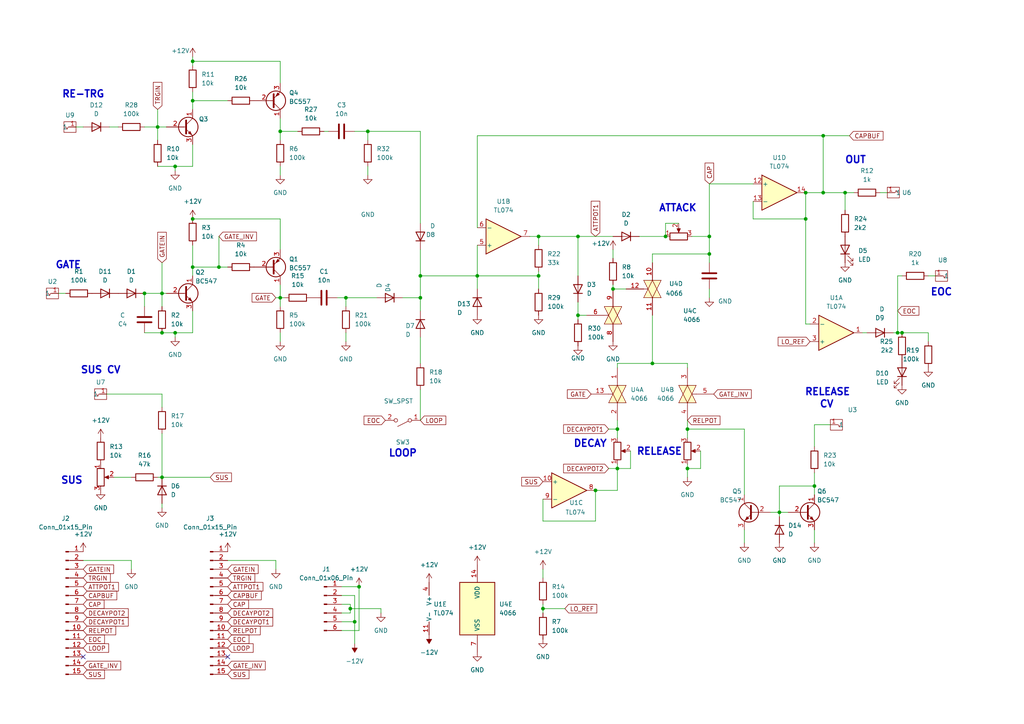
<source format=kicad_sch>
(kicad_sch (version 20250114) (generator "eeschema") (generator_version "9.0")
  (paper "A4")
  (lib_symbols
    (symbol "4xxx:4066" (pin_names (offset 1.016))
      (property "Reference" "U" (at -7.62 8.89 0))
      (property "Value" "4066" (at -7.62 -8.89 0))
      (symbol "4066_1_0"
        (pin passive line (at -7.62 0 0) (length 5.08) (name "~") (number "1"))
        (pin input line (at 0 7.62 270) (length 5.08) (name "~") (number "13"))
        (pin passive line (at 7.62 0 180) (length 5.08) (name "~") (number "2"))
      )
      (symbol "4066_2_0"
        (pin passive line (at -7.62 0 0) (length 5.08) (name "~") (number "4"))
        (pin input line (at 0 7.62 270) (length 5.08) (name "~") (number "5"))
        (pin passive line (at 7.62 0 180) (length 5.08) (name "~") (number "3"))
      )
      (symbol "4066_3_0"
        (pin passive line (at -7.62 0 0) (length 5.08) (name "~") (number "8"))
        (pin input line (at 0 7.62 270) (length 5.08) (name "~") (number "6"))
        (pin passive line (at 7.62 0 180) (length 5.08) (name "~") (number "9"))
      )
      (symbol "4066_4_0"
        (pin passive line (at -7.62 0 0) (length 5.08) (name "~") (number "11"))
        (pin input line (at 0 7.62 270) (length 5.08) (name "~") (number "12"))
        (pin passive line (at 7.62 0 180) (length 5.08) (name "~") (number "10"))
      )
      (symbol "4066_5_0"
        (pin power_in line (at 0 12.7 270) (length 5.08) (name "VDD") (number "14"))
        (pin power_in line (at 0 -12.7 90) (length 5.08) (name "VSS") (number "7"))
      )
    )
    (symbol "Amplifier_Operational:TL074" (pin_names (offset 0.127))
      (property "Reference" "U" (at 0 5.08 0))
      (property "Value" "TL074" (at 0 -5.08 0))
      (symbol "TL074_1_1"
        (pin input line (at -7.62 2.54 0) (length 2.54) (name "+") (number "3"))
        (pin input line (at -7.62 -2.54 0) (length 2.54) (name "-") (number "2"))
        (pin output line (at 7.62 0 180) (length 2.54) (name "~") (number "1"))
      )
      (symbol "TL074_2_1"
        (pin input line (at -7.62 2.54 0) (length 2.54) (name "+") (number "5"))
        (pin input line (at -7.62 -2.54 0) (length 2.54) (name "-") (number "6"))
        (pin output line (at 7.62 0 180) (length 2.54) (name "~") (number "7"))
      )
      (symbol "TL074_3_1"
        (pin input line (at -7.62 2.54 0) (length 2.54) (name "+") (number "10"))
        (pin input line (at -7.62 -2.54 0) (length 2.54) (name "-") (number "9"))
        (pin output line (at 7.62 0 180) (length 2.54) (name "~") (number "8"))
      )
      (symbol "TL074_4_1"
        (pin input line (at -7.62 2.54 0) (length 2.54) (name "+") (number "12"))
        (pin input line (at -7.62 -2.54 0) (length 2.54) (name "-") (number "13"))
        (pin output line (at 7.62 0 180) (length 2.54) (name "~") (number "14"))
      )
      (symbol "TL074_5_1"
        (pin power_in line (at -2.54 7.62 270) (length 3.81) (name "V+") (number "4"))
        (pin power_in line (at -2.54 -7.62 90) (length 3.81) (name "V-") (number "11"))
      )
    )
    (symbol "Connector:Conn_01x06_Pin" (pin_names (offset 1.016) (hide yes))
      (property "Reference" "J" (at 0 7.62 0))
      (property "Value" "Conn_01x06_Pin" (at 0 -10.16 0))
      (symbol "Conn_01x06_Pin_1_1"
        (pin passive line (at 5.08 5.08 180) (length 3.81) (name "Pin_1") (number "1"))
        (pin passive line (at 5.08 2.54 180) (length 3.81) (name "Pin_2") (number "2"))
        (pin passive line (at 5.08 0 180) (length 3.81) (name "Pin_3") (number "3"))
        (pin passive line (at 5.08 -2.54 180) (length 3.81) (name "Pin_4") (number "4"))
        (pin passive line (at 5.08 -5.08 180) (length 3.81) (name "Pin_5") (number "5"))
        (pin passive line (at 5.08 -7.62 180) (length 3.81) (name "Pin_6") (number "6"))
      )
    )
    (symbol "Connector:Conn_01x15_Pin" (pin_names (offset 1.016) (hide yes))
      (property "Reference" "J" (at 0 20.32 0))
      (property "Value" "Conn_01x15_Pin" (at 0 -20.32 0))
      (symbol "Conn_01x15_Pin_1_1"
        (pin passive line (at 5.08 17.78 180) (length 3.81) (name "Pin_1") (number "1"))
        (pin passive line (at 5.08 15.24 180) (length 3.81) (name "Pin_2") (number "2"))
        (pin passive line (at 5.08 12.7 180) (length 3.81) (name "Pin_3") (number "3"))
        (pin passive line (at 5.08 10.16 180) (length 3.81) (name "Pin_4") (number "4"))
        (pin passive line (at 5.08 7.62 180) (length 3.81) (name "Pin_5") (number "5"))
        (pin passive line (at 5.08 5.08 180) (length 3.81) (name "Pin_6") (number "6"))
        (pin passive line (at 5.08 2.54 180) (length 3.81) (name "Pin_7") (number "7"))
        (pin passive line (at 5.08 0 180) (length 3.81) (name "Pin_8") (number "8"))
        (pin passive line (at 5.08 -2.54 180) (length 3.81) (name "Pin_9") (number "9"))
        (pin passive line (at 5.08 -5.08 180) (length 3.81) (name "Pin_10") (number "10"))
        (pin passive line (at 5.08 -7.62 180) (length 3.81) (name "Pin_11") (number "11"))
        (pin passive line (at 5.08 -10.16 180) (length 3.81) (name "Pin_12") (number "12"))
        (pin passive line (at 5.08 -12.7 180) (length 3.81) (name "Pin_13") (number "13"))
        (pin passive line (at 5.08 -15.24 180) (length 3.81) (name "Pin_14") (number "14"))
        (pin passive line (at 5.08 -17.78 180) (length 3.81) (name "Pin_15") (number "15"))
      )
    )
    (symbol "Device:C" (pin_numbers (hide yes)) (pin_names (offset 0.254))
      (property "Reference" "C" (at 0.635 2.54 0))
      (property "Value" "C" (at 0.635 -2.54 0))
      (symbol "C_1_1"
        (pin passive line (at 0 3.81 270) (length 2.794) (name "~") (number "1"))
        (pin passive line (at 0 -3.81 90) (length 2.794) (name "~") (number "2"))
      )
    )
    (symbol "Device:D" (pin_numbers (hide yes)) (pin_names (offset 1.016) (hide yes))
      (property "Reference" "D" (at 0 2.54 0))
      (property "Value" "D" (at 0 -2.54 0))
      (symbol "D_1_1"
        (pin passive line (at -3.81 0 0) (length 2.54) (name "K") (number "1"))
        (pin passive line (at 3.81 0 180) (length 2.54) (name "A") (number "2"))
      )
    )
    (symbol "Device:LED" (pin_numbers (hide yes)) (pin_names (offset 1.016) (hide yes))
      (property "Reference" "D" (at 0 2.54 0))
      (property "Value" "LED" (at 0 -2.54 0))
      (symbol "LED_1_1"
        (pin passive line (at -3.81 0 0) (length 2.54) (name "K") (number "1"))
        (pin passive line (at 3.81 0 180) (length 2.54) (name "A") (number "2"))
      )
    )
    (symbol "Device:R" (pin_numbers (hide yes)) (pin_names (offset 0))
      (property "Reference" "R" (at 2.032 0 90))
      (property "Value" "R" (at 0 0 90))
      (symbol "R_1_1"
        (pin passive line (at 0 3.81 270) (length 1.27) (name "~") (number "1"))
        (pin passive line (at 0 -3.81 90) (length 1.27) (name "~") (number "2"))
      )
    )
    (symbol "Device:R_Potentiometer" (pin_names (offset 1.016) (hide yes))
      (property "Reference" "RV" (at -4.445 0 90))
      (property "Value" "R_Potentiometer" (at -2.54 0 90))
      (symbol "R_Potentiometer_1_1"
        (pin passive line (at 0 3.81 270) (length 1.27) (name "1") (number "1"))
        (pin passive line (at 0 -3.81 90) (length 1.27) (name "3") (number "3"))
        (pin passive line (at 3.81 0 180) (length 1.27) (name "2") (number "2"))
      )
    )
    (symbol "HEJ:Aux_flush"
      (property "Reference" "U" (at -0.0508 5.3848 0))
      (symbol "Aux_flush_1_1"
        (pin bidirectional line (at 1.7272 0 180) (length 2) (name "1") (number "1"))
      )
    )
    (symbol "Switch:SW_SPST" (pin_names (offset 0) (hide yes))
      (property "Reference" "SW" (at 0 3.175 0))
      (property "Value" "SW_SPST" (at 0 -2.54 0))
      (symbol "SW_SPST_1_1"
        (pin passive line (at -5.08 0 0) (length 2.54) (name "A") (number "1"))
        (pin passive line (at 5.08 0 180) (length 2.54) (name "B") (number "2"))
      )
    )
    (symbol "Transistor_BJT:BC547" (pin_names (offset 0) (hide yes))
      (property "Reference" "Q" (at 5.08 1.905 0))
      (property "Value" "BC547" (at 5.08 0 0))
      (symbol "BC547_1_1"
        (pin input line (at -5.08 0 0) (length 5.08) (name "B") (number "2"))
        (pin passive line (at 2.54 5.08 270) (length 2.54) (name "C") (number "1"))
        (pin passive line (at 2.54 -5.08 90) (length 2.54) (name "E") (number "3"))
      )
    )
    (symbol "Transistor_BJT:BC557" (pin_names (offset 0) (hide yes))
      (property "Reference" "Q" (at 5.08 1.905 0))
      (property "Value" "BC557" (at 5.08 0 0))
      (symbol "BC557_1_1"
        (pin input line (at -5.08 0 0) (length 5.715) (name "B") (number "2"))
        (pin passive line (at 2.54 5.08 270) (length 2.54) (name "C") (number "1"))
        (pin passive line (at 2.54 -5.08 90) (length 2.54) (name "E") (number "3"))
      )
    )
    (symbol "power:+12V" (power) (pin_names (offset 0))
      (property "Value" "+12V" (at 0 3.556 0))
      (symbol "+12V_1_1"
        (pin power_in line (at 0 0 90) (length 0) (hide yes) (name "+12V") (number "1"))
      )
    )
    (symbol "power:-12V" (power) (pin_names (offset 0))
      (property "Value" "-12V" (at 0 3.81 0))
      (symbol "-12V_0_0"
        (pin power_in line (at 0 0 90) (length 0) (hide yes) (name "-12V") (number "1"))
      )
    )
    (symbol "power:GND" (power) (pin_names (offset 0))
      (property "Value" "GND" (at 0 -3.81 0))
      (symbol "GND_1_1"
        (pin power_in line (at 0 0 270) (length 0) (hide yes) (name "GND") (number "1"))
      )
    )
  )
  (text "ATTACK\n" (at 196.596 60.452 0) (effects (font (size 2.032 2.032) (thickness 0.4064) (bold yes))))
  (text "DECAY\n" (at 171.196 128.778 0) (effects (font (size 2.032 2.032) (thickness 0.4064) (bold yes))))
  (text "LOOP\n" (at 116.84 131.572 0) (effects (font (size 2.032 2.032) (thickness 0.4064) (bold yes))))
  (text "RELEASE\n" (at 240.03 113.792 0) (effects (font (size 2.032 2.032) (thickness 0.4064) (bold yes))))
  (text "RE-TRG\n" (at 24.13 27.432 0) (effects (font (size 2.032 2.032) (thickness 0.4064) (bold yes))))
  (text "RELEASE\n" (at 191.262 131.064 0) (effects (font (size 2.032 2.032) (thickness 0.4064) (bold yes))))
  (text "CV" (at 239.776 117.348 0) (effects (font (size 2.032 2.032) (thickness 0.4064) (bold yes))))
  (text "SUS\n" (at 20.828 139.446 0) (effects (font (size 2.032 2.032) (thickness 0.4064) (bold yes))))
  (text "GATE\n" (at 19.812 76.962 0) (effects (font (size 2.032 2.032) (thickness 0.4064) (bold yes))))
  (text "SUS CV\n" (at 29.21 107.442 0) (effects (font (size 2.032 2.032) (thickness 0.4064) (bold yes))))
  (text "EOC" (at 273.05 84.836 0) (effects (font (size 2.032 2.032) (thickness 0.4064) (bold yes))))
  (text "OUT" (at 248.158 46.482 0) (effects (font (size 2.032 2.032) (thickness 0.4064) (bold yes))))
  (junction (at 121.92 80.01))
  (junction (at 121.92 86.36))
  (junction (at 55.88 63.5))
  (junction (at 238.76 55.88))
  (junction (at 102.87 180.34))
  (junction (at 156.21 80.01))
  (junction (at 260.35 96.52))
  (junction (at 205.74 68.58))
  (junction (at 179.07 135.89))
  (junction (at 167.64 68.58))
  (junction (at 172.72 142.24))
  (junction (at 46.99 85.09))
  (junction (at 101.6 176.53))
  (junction (at 233.68 63.5))
  (junction (at 55.88 17.78))
  (junction (at 81.28 86.36))
  (junction (at 41.91 85.09))
  (junction (at 205.74 73.66))
  (junction (at 157.48 176.53))
  (junction (at 55.88 77.47))
  (junction (at 81.28 38.1))
  (junction (at 179.07 124.46))
  (junction (at 177.8 83.82))
  (junction (at 193.04 68.58))
  (junction (at 261.62 96.52))
  (junction (at 106.68 38.1))
  (junction (at 50.8 96.52))
  (junction (at 236.22 140.97))
  (junction (at 189.23 105.41))
  (junction (at 167.64 91.44))
  (junction (at 226.06 148.59))
  (junction (at 156.21 68.58))
  (junction (at 50.8 48.26))
  (junction (at 55.88 29.21))
  (junction (at 138.43 80.01))
  (junction (at 45.72 36.83))
  (junction (at 199.39 135.89))
  (junction (at 238.76 39.37))
  (junction (at 245.11 55.88))
  (junction (at 46.99 96.52))
  (junction (at 63.5 77.47))
  (junction (at 46.99 138.43))
  (junction (at 199.39 124.46))
  (junction (at 100.33 86.36))
  (junction (at 104.14 170.18))
  (junction (at 233.68 55.88))
  (no_connect (at 24.13 190.5))
  (no_connect (at 66.04 190.5))
  (wire (pts (xy 81.28 38.1) (xy 86.36 38.1)))
  (wire (pts (xy 199.39 124.46) (xy 215.9 124.46)))
  (wire (pts (xy 93.98 38.1) (xy 95.25 38.1)))
  (wire (pts (xy 46.99 85.09) (xy 48.26 85.09)))
  (wire (pts (xy 177.8 82.55) (xy 177.8 83.82)))
  (wire (pts (xy 45.72 36.83) (xy 41.91 36.83)))
  (wire (pts (xy 193.04 64.77) (xy 196.85 64.77)))
  (wire (pts (xy 245.11 55.88) (xy 245.11 60.96)))
  (wire (pts (xy 138.43 80.01) (xy 156.21 80.01)))
  (wire (pts (xy 101.6 176.53) (xy 110.49 176.53)))
  (wire (pts (xy 31.75 36.83) (xy 34.29 36.83)))
  (wire (pts (xy 205.74 73.66) (xy 205.74 76.2)))
  (wire (pts (xy 157.48 176.53) (xy 157.48 175.26)))
  (wire (pts (xy 179.07 127) (xy 179.07 124.46)))
  (wire (pts (xy 172.72 142.24) (xy 179.07 142.24)))
  (wire (pts (xy 46.99 114.3) (xy 46.99 118.11)))
  (wire (pts (xy 199.39 134.62) (xy 199.39 135.89)))
  (wire (pts (xy 199.39 124.46) (xy 199.39 127)))
  (wire (pts (xy 46.99 138.43) (xy 60.96 138.43)))
  (wire (pts (xy 102.87 38.1) (xy 106.68 38.1)))
  (wire (pts (xy 260.35 96.52) (xy 261.62 96.52)))
  (wire (pts (xy 55.88 17.78) (xy 81.28 17.78)))
  (wire (pts (xy 205.74 86.36) (xy 205.74 83.82)))
  (wire (pts (xy 101.6 176.53) (xy 101.6 177.8)))
  (wire (pts (xy 199.39 135.89) (xy 199.39 138.43)))
  (wire (pts (xy 99.06 180.34) (xy 102.87 180.34)))
  (wire (pts (xy 41.91 85.09) (xy 41.91 88.9)))
  (wire (pts (xy 199.39 121.92) (xy 199.39 124.46)))
  (wire (pts (xy 167.64 87.63) (xy 167.64 91.44)))
  (wire (pts (xy 55.88 77.47) (xy 63.5 77.47)))
  (wire (pts (xy 238.76 39.37) (xy 138.43 39.37)))
  (wire (pts (xy 167.64 91.44) (xy 167.64 92.71)))
  (wire (pts (xy 41.91 85.09) (xy 46.99 85.09)))
  (wire (pts (xy 45.72 36.83) (xy 48.26 36.83)))
  (wire (pts (xy 101.6 177.8) (xy 99.06 177.8)))
  (wire (pts (xy 99.06 175.26) (xy 101.6 175.26)))
  (wire (pts (xy 82.55 86.36) (xy 81.28 86.36)))
  (wire (pts (xy 236.22 123.19) (xy 240.8428 123.19)))
  (wire (pts (xy 55.88 71.12) (xy 55.88 77.47)))
  (wire (pts (xy 41.91 96.52) (xy 46.99 96.52)))
  (wire (pts (xy 226.06 148.59) (xy 226.06 140.97)))
  (wire (pts (xy 55.88 26.67) (xy 55.88 29.21)))
  (wire (pts (xy 153.67 68.58) (xy 156.21 68.58)))
  (wire (pts (xy 50.8 96.52) (xy 55.88 96.52)))
  (wire (pts (xy 50.8 48.26) (xy 55.88 48.26)))
  (wire (pts (xy 55.88 77.47) (xy 55.88 80.01)))
  (wire (pts (xy 179.07 105.41) (xy 189.23 105.41)))
  (wire (pts (xy 238.76 39.37) (xy 238.76 55.88)))
  (wire (pts (xy 203.2 135.89) (xy 199.39 135.89)))
  (wire (pts (xy 205.74 53.34) (xy 218.44 53.34)))
  (wire (pts (xy 215.9 157.48) (xy 215.9 153.67)))
  (wire (pts (xy 30.9372 114.3) (xy 46.99 114.3)))
  (wire (pts (xy 106.68 40.64) (xy 106.68 38.1)))
  (wire (pts (xy 189.23 91.44) (xy 189.23 105.41)))
  (wire (pts (xy 205.74 68.58) (xy 205.74 73.66)))
  (wire (pts (xy 200.66 68.58) (xy 205.74 68.58)))
  (wire (pts (xy 102.87 180.34) (xy 102.87 186.69)))
  (wire (pts (xy 46.99 146.05) (xy 46.99 147.32)))
  (wire (pts (xy 110.49 176.53) (xy 110.49 177.8)))
  (wire (pts (xy 199.39 105.41) (xy 199.39 106.68)))
  (wire (pts (xy 218.44 58.42) (xy 218.44 63.5)))
  (wire (pts (xy 156.21 71.12) (xy 156.21 68.58)))
  (wire (pts (xy 226.06 149.86) (xy 226.06 148.59)))
  (wire (pts (xy 157.48 176.53) (xy 163.83 176.53)))
  (wire (pts (xy 156.21 78.74) (xy 156.21 80.01)))
  (wire (pts (xy 157.48 144.78) (xy 157.48 151.13)))
  (wire (pts (xy 106.68 38.1) (xy 121.92 38.1)))
  (wire (pts (xy 63.5 77.47) (xy 66.04 77.47)))
  (wire (pts (xy 45.72 40.64) (xy 45.72 36.83)))
  (wire (pts (xy 269.24 80.01) (xy 271.3228 80.01)))
  (wire (pts (xy 236.22 157.48) (xy 236.22 153.67)))
  (wire (pts (xy 121.92 86.36) (xy 121.92 90.17)))
  (wire (pts (xy 185.42 68.58) (xy 193.04 68.58)))
  (wire (pts (xy 81.28 17.78) (xy 81.28 24.13)))
  (wire (pts (xy 233.68 93.98) (xy 234.95 93.98)))
  (wire (pts (xy 260.35 80.01) (xy 261.62 80.01)))
  (wire (pts (xy 181.61 83.82) (xy 177.8 83.82)))
  (wire (pts (xy 46.99 76.2) (xy 46.99 85.09)))
  (wire (pts (xy 101.6 175.26) (xy 101.6 176.53)))
  (wire (pts (xy 182.88 135.89) (xy 179.07 135.89)))
  (wire (pts (xy 50.8 97.79) (xy 50.8 96.52)))
  (wire (pts (xy 170.18 91.44) (xy 167.64 91.44)))
  (wire (pts (xy 203.2 130.81) (xy 203.2 135.89)))
  (wire (pts (xy 63.5 68.58) (xy 63.5 77.47)))
  (wire (pts (xy 46.99 88.9) (xy 46.99 85.09)))
  (wire (pts (xy 255.27 55.88) (xy 257.3528 55.88)))
  (wire (pts (xy 189.23 73.66) (xy 189.23 76.2)))
  (wire (pts (xy 269.24 99.06) (xy 269.24 96.52)))
  (wire (pts (xy 205.74 73.66) (xy 189.23 73.66)))
  (wire (pts (xy 100.33 99.06) (xy 100.33 96.52)))
  (wire (pts (xy 179.07 124.46) (xy 176.53 124.46)))
  (wire (pts (xy 80.01 165.1) (xy 80.01 162.56)))
  (wire (pts (xy 260.35 80.01) (xy 260.35 96.52)))
  (wire (pts (xy 22.0472 36.83) (xy 24.13 36.83)))
  (wire (pts (xy 55.88 48.26) (xy 55.88 41.91)))
  (wire (pts (xy 233.68 63.5) (xy 233.68 93.98)))
  (wire (pts (xy 104.14 170.18) (xy 104.14 182.88)))
  (wire (pts (xy 167.64 68.58) (xy 167.64 80.01)))
  (wire (pts (xy 80.01 86.36) (xy 81.28 86.36)))
  (wire (pts (xy 38.1 165.1) (xy 38.1 162.56)))
  (wire (pts (xy 104.14 182.88) (xy 99.06 182.88)))
  (wire (pts (xy 55.88 96.52) (xy 55.88 90.17)))
  (wire (pts (xy 179.07 135.89) (xy 179.07 134.62)))
  (wire (pts (xy 138.43 80.01) (xy 121.92 80.01)))
  (wire (pts (xy 138.43 39.37) (xy 138.43 66.04)))
  (wire (pts (xy 261.62 96.52) (xy 269.24 96.52)))
  (wire (pts (xy 50.8 48.26) (xy 45.72 48.26)))
  (wire (pts (xy 100.33 86.36) (xy 97.79 86.36)))
  (wire (pts (xy 116.84 86.36) (xy 121.92 86.36)))
  (wire (pts (xy 179.07 135.89) (xy 176.53 135.89)))
  (wire (pts (xy 250.19 96.52) (xy 251.46 96.52)))
  (wire (pts (xy 50.8 49.53) (xy 50.8 48.26)))
  (wire (pts (xy 236.22 137.16) (xy 236.22 140.97)))
  (wire (pts (xy 167.64 68.58) (xy 177.8 68.58)))
  (wire (pts (xy 247.65 55.88) (xy 245.11 55.88)))
  (wire (pts (xy 19.05 85.09) (xy 16.9672 85.09)))
  (wire (pts (xy 179.07 142.24) (xy 179.07 135.89)))
  (wire (pts (xy 55.88 19.05) (xy 55.88 17.78)))
  (wire (pts (xy 99.06 170.18) (xy 104.14 170.18)))
  (wire (pts (xy 45.72 31.75) (xy 45.72 36.83)))
  (wire (pts (xy 121.92 38.1) (xy 121.92 64.77)))
  (wire (pts (xy 102.87 172.72) (xy 99.06 172.72)))
  (wire (pts (xy 245.11 55.88) (xy 238.76 55.88)))
  (wire (pts (xy 109.22 86.36) (xy 100.33 86.36)))
  (wire (pts (xy 246.38 39.37) (xy 238.76 39.37)))
  (wire (pts (xy 81.28 50.8) (xy 81.28 48.26)))
  (wire (pts (xy 179.07 121.92) (xy 179.07 124.46)))
  (wire (pts (xy 55.88 29.21) (xy 55.88 31.75)))
  (wire (pts (xy 215.9 124.46) (xy 215.9 143.51)))
  (wire (pts (xy 55.88 63.5) (xy 81.28 63.5)))
  (wire (pts (xy 46.99 125.73) (xy 46.99 138.43)))
  (wire (pts (xy 157.48 165.1) (xy 157.48 167.64)))
  (wire (pts (xy 33.02 138.43) (xy 38.1 138.43)))
  (wire (pts (xy 45.72 138.43) (xy 46.99 138.43)))
  (wire (pts (xy 138.43 80.01) (xy 138.43 71.12)))
  (wire (pts (xy 205.74 53.34) (xy 205.74 68.58)))
  (wire (pts (xy 156.21 83.82) (xy 156.21 80.01)))
  (wire (pts (xy 138.43 80.01) (xy 138.43 83.82)))
  (wire (pts (xy 236.22 123.19) (xy 236.22 129.54)))
  (wire (pts (xy 121.92 97.79) (xy 121.92 105.41)))
  (wire (pts (xy 81.28 82.55) (xy 81.28 86.36)))
  (wire (pts (xy 236.22 140.97) (xy 236.22 143.51)))
  (wire (pts (xy 81.28 38.1) (xy 81.28 40.64)))
  (wire (pts (xy 177.8 74.93) (xy 177.8 72.39)))
  (wire (pts (xy 182.88 130.81) (xy 182.88 135.89)))
  (wire (pts (xy 81.28 86.36) (xy 81.28 88.9)))
  (wire (pts (xy 238.76 55.88) (xy 233.68 55.88)))
  (wire (pts (xy 218.44 63.5) (xy 233.68 63.5)))
  (wire (pts (xy 80.01 162.56) (xy 66.04 162.56)))
  (wire (pts (xy 228.6 148.59) (xy 226.06 148.59)))
  (wire (pts (xy 157.48 151.13) (xy 172.72 151.13)))
  (wire (pts (xy 100.33 88.9) (xy 100.33 86.36)))
  (wire (pts (xy 172.72 151.13) (xy 172.72 142.24)))
  (wire (pts (xy 38.1 162.56) (xy 24.13 162.56)))
  (wire (pts (xy 55.88 16.51) (xy 55.88 17.78)))
  (wire (pts (xy 121.92 72.39) (xy 121.92 80.01)))
  (wire (pts (xy 179.07 105.41) (xy 179.07 106.68)))
  (wire (pts (xy 193.04 68.58) (xy 193.04 64.77)))
  (wire (pts (xy 81.28 99.06) (xy 81.28 96.52)))
  (wire (pts (xy 226.06 148.59) (xy 223.52 148.59)))
  (wire (pts (xy 259.08 96.52) (xy 260.35 96.52)))
  (wire (pts (xy 233.68 55.88) (xy 233.68 63.5)))
  (wire (pts (xy 226.06 140.97) (xy 236.22 140.97)))
  (wire (pts (xy 81.28 63.5) (xy 81.28 72.39)))
  (wire (pts (xy 81.28 34.29) (xy 81.28 38.1)))
  (wire (pts (xy 106.68 50.8) (xy 106.68 48.26)))
  (wire (pts (xy 50.8 96.52) (xy 46.99 96.52)))
  (wire (pts (xy 121.92 121.92) (xy 121.92 113.03)))
  (wire (pts (xy 55.88 29.21) (xy 66.04 29.21)))
  (wire (pts (xy 156.21 68.58) (xy 167.64 68.58)))
  (wire (pts (xy 189.23 105.41) (xy 199.39 105.41)))
  (wire (pts (xy 102.87 180.34) (xy 102.87 172.72)))
  (wire (pts (xy 157.48 177.8) (xy 157.48 176.53)))
  (wire (pts (xy 121.92 80.01) (xy 121.92 86.36)))
  (global_label "EOC" (shape input) (at 111.76 121.92 180) (property "Intersheetrefs" "${INTERSHEET_REFS}" (effects (hide yes))))
  (global_label "TRGIN" (shape input) (at 24.13 167.64 0) (property "Intersheetrefs" "${INTERSHEET_REFS}" (effects (hide yes))))
  (global_label "GATEIN" (shape input) (at 66.04 165.1 0) (property "Intersheetrefs" "${INTERSHEET_REFS}" (effects (hide yes))))
  (global_label "SUS" (shape input) (at 24.13 195.58 0) (property "Intersheetrefs" "${INTERSHEET_REFS}" (effects (hide yes))))
  (global_label "LOOP" (shape input) (at 24.13 187.96 0) (property "Intersheetrefs" "${INTERSHEET_REFS}" (effects (hide yes))))
  (global_label "ATTPOT1" (shape input) (at 24.13 170.18 0) (property "Intersheetrefs" "${INTERSHEET_REFS}" (effects (hide yes))))
  (global_label "DECAYPOT1" (shape input) (at 176.53 124.46 180) (property "Intersheetrefs" "${INTERSHEET_REFS}" (effects (hide yes))))
  (global_label "SUS" (shape input) (at 66.04 195.58 0) (property "Intersheetrefs" "${INTERSHEET_REFS}" (effects (hide yes))))
  (global_label "CAP" (shape input) (at 205.74 53.34 90) (property "Intersheetrefs" "${INTERSHEET_REFS}" (effects (hide yes))))
  (global_label "LO_REF" (shape input) (at 234.95 99.06 180) (property "Intersheetrefs" "${INTERSHEET_REFS}" (effects (hide yes))))
  (global_label "SUS" (shape input) (at 60.96 138.43 0) (property "Intersheetrefs" "${INTERSHEET_REFS}" (effects (hide yes))))
  (global_label "RELPOT" (shape input) (at 66.04 182.88 0) (property "Intersheetrefs" "${INTERSHEET_REFS}" (effects (hide yes))))
  (global_label "DECAYPOT1" (shape input) (at 66.04 180.34 0) (property "Intersheetrefs" "${INTERSHEET_REFS}" (effects (hide yes))))
  (global_label "CAPBUF" (shape input) (at 246.38 39.37 0) (property "Intersheetrefs" "${INTERSHEET_REFS}" (effects (hide yes))))
  (global_label "LOOP" (shape input) (at 121.92 121.92 0) (property "Intersheetrefs" "${INTERSHEET_REFS}" (effects (hide yes))))
  (global_label "CAPBUF" (shape input) (at 24.13 172.72 0) (property "Intersheetrefs" "${INTERSHEET_REFS}" (effects (hide yes))))
  (global_label "EOC" (shape input) (at 260.35 90.17 0) (property "Intersheetrefs" "${INTERSHEET_REFS}" (effects (hide yes))))
  (global_label "GATE" (shape input) (at 171.45 114.3 180) (property "Intersheetrefs" "${INTERSHEET_REFS}" (effects (hide yes))))
  (global_label "TRGIN" (shape input) (at 66.04 167.64 0) (property "Intersheetrefs" "${INTERSHEET_REFS}" (effects (hide yes))))
  (global_label "ATTPOT1" (shape input) (at 66.04 170.18 0) (property "Intersheetrefs" "${INTERSHEET_REFS}" (effects (hide yes))))
  (global_label "GATE_INV" (shape input) (at 24.13 193.04 0) (property "Intersheetrefs" "${INTERSHEET_REFS}" (effects (hide yes))))
  (global_label "LOOP" (shape input) (at 66.04 187.96 0) (property "Intersheetrefs" "${INTERSHEET_REFS}" (effects (hide yes))))
  (global_label "GATE_INV" (shape input) (at 63.5 68.58 0) (property "Intersheetrefs" "${INTERSHEET_REFS}" (effects (hide yes))))
  (global_label "DECAYPOT1" (shape input) (at 24.13 180.34 0) (property "Intersheetrefs" "${INTERSHEET_REFS}" (effects (hide yes))))
  (global_label "EOC" (shape input) (at 24.13 185.42 0) (property "Intersheetrefs" "${INTERSHEET_REFS}" (effects (hide yes))))
  (global_label "ATTPOT1" (shape input) (at 172.72 68.58 90) (property "Intersheetrefs" "${INTERSHEET_REFS}" (effects (hide yes))))
  (global_label "GATE_INV" (shape input) (at 207.01 114.3 0) (property "Intersheetrefs" "${INTERSHEET_REFS}" (effects (hide yes))))
  (global_label "GATEIN" (shape input) (at 46.99 76.2 90) (property "Intersheetrefs" "${INTERSHEET_REFS}" (effects (hide yes))))
  (global_label "DECAYPOT2" (shape input) (at 176.53 135.89 180) (property "Intersheetrefs" "${INTERSHEET_REFS}" (effects (hide yes))))
  (global_label "DECAYPOT2" (shape input) (at 24.13 177.8 0) (property "Intersheetrefs" "${INTERSHEET_REFS}" (effects (hide yes))))
  (global_label "SUS" (shape input) (at 157.48 139.7 180) (property "Intersheetrefs" "${INTERSHEET_REFS}" (effects (hide yes))))
  (global_label "CAP" (shape input) (at 66.04 175.26 0) (property "Intersheetrefs" "${INTERSHEET_REFS}" (effects (hide yes))))
  (global_label "TRGIN" (shape input) (at 45.72 31.75 90) (property "Intersheetrefs" "${INTERSHEET_REFS}" (effects (hide yes))))
  (global_label "LO_REF" (shape input) (at 163.83 176.53 0) (property "Intersheetrefs" "${INTERSHEET_REFS}" (effects (hide yes))))
  (global_label "RELPOT" (shape input) (at 24.13 182.88 0) (property "Intersheetrefs" "${INTERSHEET_REFS}" (effects (hide yes))))
  (global_label "CAPBUF" (shape input) (at 66.04 172.72 0) (property "Intersheetrefs" "${INTERSHEET_REFS}" (effects (hide yes))))
  (global_label "GATE_INV" (shape input) (at 66.04 193.04 0) (property "Intersheetrefs" "${INTERSHEET_REFS}" (effects (hide yes))))
  (global_label "RELPOT" (shape input) (at 199.39 121.92 0) (property "Intersheetrefs" "${INTERSHEET_REFS}" (effects (hide yes))))
  (global_label "CAP" (shape input) (at 24.13 175.26 0) (property "Intersheetrefs" "${INTERSHEET_REFS}" (effects (hide yes))))
  (global_label "GATE" (shape input) (at 80.01 86.36 180) (property "Intersheetrefs" "${INTERSHEET_REFS}" (effects (hide yes))))
  (global_label "GATEIN" (shape input) (at 24.13 165.1 0) (property "Intersheetrefs" "${INTERSHEET_REFS}" (effects (hide yes))))
  (global_label "EOC" (shape input) (at 66.04 185.42 0) (property "Intersheetrefs" "${INTERSHEET_REFS}" (effects (hide yes))))
  (global_label "DECAYPOT2" (shape input) (at 66.04 177.8 0) (property "Intersheetrefs" "${INTERSHEET_REFS}" (effects (hide yes))))
  (symbol (lib_id "Device:R") (at 236.22 133.35 180) (unit 1)
    (property "Reference" "R23" (at 238.76 132.0799 0) (effects (justify right)))
    (property "Value" "10k" (at 238.76 134.6199 0) (effects (justify right)))
    (property "Footprint" "Resistor_THT:R_Axial_DIN0207_L6.3mm_D2.5mm_P7.62mm_Horizontal" (effects (hide yes)))
  )
  (symbol (lib_id "Device:R") (at 81.28 44.45 0) (unit 1)
    (property "Reference" "R6" (at 83.82 43.1799 0) (effects (justify left)))
    (property "Value" "100k" (at 83.82 45.7199 0) (effects (justify left)))
    (property "Footprint" "Resistor_THT:R_Axial_DIN0207_L6.3mm_D2.5mm_P7.62mm_Horizontal" (effects (hide yes)))
  )
  (symbol (lib_id "Device:R") (at 29.21 130.81 0) (unit 1)
    (property "Reference" "R13" (at 31.75 129.5399 0) (effects (justify left)))
    (property "Value" "10k" (at 31.75 132.0799 0) (effects (justify left)))
    (property "Footprint" "Resistor_THT:R_Axial_DIN0207_L6.3mm_D2.5mm_P7.62mm_Horizontal" (effects (hide yes)))
  )
  (symbol (lib_id "Device:R_Potentiometer") (at 199.39 130.81 0) (mirror x) (unit 1)
    (property "Reference" "RV3" (effects (hide yes)))
    (property "Value" "R_Potentiometer" (effects (hide yes)))
    (property "Footprint" "Library:AlpsPot" (effects (hide yes)))
    (property "Description" "Potentiometer" (effects (hide yes)))
  )
  (symbol (lib_id "Device:D") (at 27.94 36.83 180) (unit 1)
    (property "Reference" "D12" (at 27.94 30.48 0))
    (property "Value" "D" (at 27.94 33.02 0))
    (property "Footprint" "Diode_THT:D_DO-34_SOD68_P7.62mm_Horizontal" (effects (hide yes)))
    (property "Sim.Device" "D" (effects (hide yes)))
    (property "Sim.Pins" "1=K 2=A" (effects (hide yes)))
  )
  (symbol (lib_id "Device:D") (at 30.48 85.09 180) (unit 1)
    (property "Reference" "D11" (at 30.48 78.74 0))
    (property "Value" "D" (at 30.48 81.28 0))
    (property "Footprint" "Diode_THT:D_DO-34_SOD68_P7.62mm_Horizontal" (effects (hide yes)))
    (property "Sim.Device" "D" (effects (hide yes)))
    (property "Sim.Pins" "1=K 2=A" (effects (hide yes)))
  )
  (symbol (lib_id "Device:R") (at 55.88 22.86 0) (unit 1)
    (property "Reference" "R11" (at 58.42 21.5899 0) (effects (justify left)))
    (property "Value" "10k" (at 58.42 24.1299 0) (effects (justify left)))
    (property "Footprint" "Resistor_THT:R_Axial_DIN0207_L6.3mm_D2.5mm_P7.62mm_Horizontal" (effects (hide yes)))
  )
  (symbol (lib_id "power:+12V") (at 29.21 127 0) (unit 1)
    (property "Reference" "#PWR05" (effects (hide yes)))
    (property "Value" "+12V" (at 29.21 121.92 0))
  )
  (symbol (lib_id "power:GND") (at 81.28 50.8 0) (unit 1)
    (property "Reference" "#PWR018" (effects (hide yes)))
    (property "Value" "GND" (at 81.28 55.88 0))
  )
  (symbol (lib_id "power:GND") (at 110.49 177.8 0) (unit 1)
    (property "Reference" "#PWR03" (effects (hide yes)))
    (property "Value" "GND" (at 110.49 182.88 0))
  )
  (symbol (lib_id "Device:R") (at 100.33 92.71 180) (unit 1)
    (property "Reference" "R21" (at 102.87 91.4399 0) (effects (justify right)))
    (property "Value" "100k" (at 102.87 93.9799 0) (effects (justify right)))
    (property "Footprint" "Resistor_THT:R_Axial_DIN0207_L6.3mm_D2.5mm_P7.62mm_Horizontal" (effects (hide yes)))
  )
  (symbol (lib_id "Device:D") (at 167.64 83.82 90) (unit 1)
    (property "Reference" "D3" (at 170.18 82.5499 90) (effects (justify right)))
    (property "Value" "D" (at 170.18 85.0899 90) (effects (justify right)))
    (property "Footprint" "Diode_THT:D_DO-34_SOD68_P7.62mm_Horizontal" (effects (hide yes)))
    (property "Sim.Device" "D" (effects (hide yes)))
    (property "Sim.Pins" "1=K 2=A" (effects (hide yes)))
  )
  (symbol (lib_id "Device:C") (at 93.98 86.36 90) (unit 1)
    (property "Reference" "C1" (at 93.98 78.74 90))
    (property "Value" "10n" (at 93.98 81.28 90))
    (property "Footprint" "Capacitor_THT:C_Axial_L5.1mm_D3.1mm_P10.00mm_Horizontal" (effects (hide yes)))
  )
  (symbol (lib_id "Device:R") (at 45.72 44.45 180) (unit 1)
    (property "Reference" "R10" (at 48.26 43.1799 0) (effects (justify right)))
    (property "Value" "10k" (at 48.26 45.7199 0) (effects (justify right)))
    (property "Footprint" "Resistor_THT:R_Axial_DIN0207_L6.3mm_D2.5mm_P7.62mm_Horizontal" (effects (hide yes)))
  )
  (symbol (lib_id "Switch:SW_SPST") (at 116.84 121.92 180) (unit 1)
    (property "Reference" "SW3" (at 116.84 128.27 0))
    (property "Value" "SW_SPST" (at 115.57 116.332 0))
    (property "Footprint" "Connector_PinHeader_2.54mm:PinHeader_1x02_P2.54mm_Vertical" (effects (hide yes)))
    (property "Description" "Single Pole Single Throw (SPST) switch" (effects (hide yes)))
  )
  (symbol (lib_id "HEJ:Aux_flush") (at 259.08 55.88 180) (unit 1)
    (property "Reference" "U6" (at 261.62 55.8545 0) (effects (justify right)))
    (property "Value" "Aux_flush" (effects (hide yes)))
    (property "Footprint" "Library:3mm5 Mono Aux" (effects (hide yes)))
  )
  (symbol (lib_id "Device:R") (at 69.85 29.21 90) (unit 1)
    (property "Reference" "R26" (at 69.85 22.86 90))
    (property "Value" "10k" (at 69.85 25.4 90))
    (property "Footprint" "Resistor_THT:R_Axial_DIN0207_L6.3mm_D2.5mm_P7.62mm_Horizontal" (effects (hide yes)))
  )
  (symbol (lib_id "HEJ:Aux_flush") (at 242.57 123.19 0) (mirror y) (unit 1)
    (property "Reference" "U3" (at 245.872 118.872 0) (effects (justify right)))
    (property "Value" "Aux_flush" (effects (hide yes)))
    (property "Footprint" "Library:3mm5 Mono Aux" (effects (hide yes)))
  )
  (symbol (lib_id "Device:D") (at 138.43 87.63 270) (unit 1)
    (property "Reference" "D13" (at 132.588 88.138 90) (effects (justify left)))
    (property "Value" "D" (at 132.588 90.678 90) (effects (justify left)))
    (property "Footprint" "Diode_THT:D_DO-34_SOD68_P7.62mm_Horizontal" (effects (hide yes)))
    (property "Sim.Device" "D" (effects (hide yes)))
    (property "Sim.Pins" "1=K 2=A" (effects (hide yes)))
  )
  (symbol (lib_id "Device:R") (at 38.1 36.83 270) (unit 1)
    (property "Reference" "R28" (at 38.1 30.48 90))
    (property "Value" "100k" (at 38.1 33.02 90))
    (property "Footprint" "Resistor_THT:R_Axial_DIN0207_L6.3mm_D2.5mm_P7.62mm_Horizontal" (effects (hide yes)))
  )
  (symbol (lib_id "Device:R") (at 157.48 171.45 0) (unit 1)
    (property "Reference" "R14" (at 160.02 170.1799 0) (effects (justify left)))
    (property "Value" "100k" (at 160.02 172.7199 0) (effects (justify left)))
    (property "Footprint" "Resistor_THT:R_Axial_DIN0207_L6.3mm_D2.5mm_P7.62mm_Horizontal" (effects (hide yes)))
  )
  (symbol (lib_id "Device:D") (at 255.27 96.52 0) (mirror y) (unit 1)
    (property "Reference" "D9" (at 256.54 92.202 0) (effects (justify left)))
    (property "Value" "D" (at 256.54 89.662 0) (effects (justify left)))
    (property "Footprint" "Diode_THT:D_DO-34_SOD68_P7.62mm_Horizontal" (effects (hide yes)))
    (property "Sim.Device" "D" (effects (hide yes)))
    (property "Sim.Pins" "1=K 2=A" (effects (hide yes)))
  )
  (symbol (lib_id "Device:R") (at 177.8 78.74 180) (unit 1)
    (property "Reference" "R8" (at 180.34 77.4699 0) (effects (justify right)))
    (property "Value" "10k" (at 180.34 80.0099 0) (effects (justify right)))
    (property "Footprint" "Resistor_THT:R_Axial_DIN0207_L6.3mm_D2.5mm_P7.62mm_Horizontal" (effects (hide yes)))
  )
  (symbol (lib_id "Device:R") (at 265.43 80.01 90) (mirror x) (unit 1)
    (property "Reference" "R20" (at 265.43 73.66 90))
    (property "Value" "1k" (at 265.43 76.2 90))
    (property "Footprint" "Resistor_THT:R_Axial_DIN0207_L6.3mm_D2.5mm_P7.62mm_Horizontal" (effects (hide yes)))
  )
  (symbol (lib_id "Device:D") (at 121.92 68.58 90) (unit 1)
    (property "Reference" "D8" (at 126.238 68.072 90) (effects (justify left)))
    (property "Value" "D" (at 126.238 65.532 90) (effects (justify left)))
    (property "Footprint" "Diode_THT:D_DO-34_SOD68_P7.62mm_Horizontal" (effects (hide yes)))
    (property "Sim.Device" "D" (effects (hide yes)))
    (property "Sim.Pins" "1=K 2=A" (effects (hide yes)))
  )
  (symbol (lib_id "power:GND") (at 205.74 86.36 0) (unit 1)
    (property "Reference" "#PWR08" (effects (hide yes)))
    (property "Value" "GND" (at 210.312 87.376 0))
  )
  (symbol (lib_id "Transistor_BJT:BC547") (at 233.68 148.59 0) (unit 1)
    (property "Reference" "Q6" (at 236.982 142.494 0) (effects (justify left)))
    (property "Value" "BC547" (at 236.982 145.034 0) (effects (justify left)))
    (property "Footprint" "Package_TO_SOT_THT:TO-92L_Inline_Wide" (effects (hide yes)))
    (property "Datasheet" "https://www.onsemi.com/pub/Collateral/BC550-D.pdf" (effects (hide yes)))
  )
  (symbol (lib_id "power:GND") (at 199.39 138.43 0) (unit 1)
    (property "Reference" "#PWR033" (effects (hide yes)))
    (property "Value" "GND" (at 199.39 143.51 0))
  )
  (symbol (lib_id "power:+12V") (at 104.14 170.18 0) (unit 1)
    (property "Reference" "#PWR02" (effects (hide yes)))
    (property "Value" "+12V" (at 104.14 165.1 0))
  )
  (symbol (lib_id "Device:D") (at 38.1 85.09 180) (unit 1)
    (property "Reference" "D1" (at 38.1 78.74 0))
    (property "Value" "D" (at 38.1 81.28 0))
    (property "Footprint" "Diode_THT:D_DO-34_SOD68_P7.62mm_Horizontal" (effects (hide yes)))
    (property "Sim.Device" "D" (effects (hide yes)))
    (property "Sim.Pins" "1=K 2=A" (effects (hide yes)))
  )
  (symbol (lib_id "Device:R_Potentiometer") (at 196.85 68.58 90) (unit 1)
    (property "Reference" "RV1" (effects (hide yes)))
    (property "Value" "R_Potentiometer" (effects (hide yes)))
    (property "Footprint" "Library:AlpsPot" (effects (hide yes)))
    (property "Description" "Potentiometer" (effects (hide yes)))
  )
  (symbol (lib_id "Device:R") (at 86.36 86.36 90) (unit 1)
    (property "Reference" "R15" (at 86.36 80.01 90))
    (property "Value" "10k" (at 86.36 82.55 90))
    (property "Footprint" "Resistor_THT:R_Axial_DIN0207_L6.3mm_D2.5mm_P7.62mm_Horizontal" (effects (hide yes)))
  )
  (symbol (lib_id "4xxx:4066") (at 177.8 91.44 90) (unit 3)
    (property "Reference" "U4" (at 198.12 90.1699 90) (effects (justify right)))
    (property "Value" "4066" (at 198.12 92.7099 90) (effects (justify right)))
    (property "Footprint" "Package_DIP:DIP-14_W7.62mm" (effects (hide yes)))
    (property "Datasheet" "http://www.ti.com/lit/ds/symlink/cd4066b.pdf" (effects (hide yes)))
    (property "Description" "Quad Analog Switches" (effects (hide yes)))
  )
  (symbol (lib_id "power:GND") (at 138.43 189.23 0) (unit 1)
    (property "Reference" "#PWR019" (effects (hide yes)))
    (property "Value" "GND" (at 138.43 194.31 0))
  )
  (symbol (lib_id "Amplifier_Operational:TL074") (at 226.06 55.88 0) (unit 4)
    (property "Reference" "U1" (at 226.06 45.72 0))
    (property "Value" "TL074" (at 226.06 48.26 0))
    (property "Footprint" "Package_DIP:DIP-14_W7.62mm" (effects (hide yes)))
    (property "Datasheet" "http://www.ti.com/lit/ds/symlink/tl071.pdf" (effects (hide yes)))
    (property "Description" "Quad Low-Noise JFET-Input Operational Amplifiers, DIP-14/SOIC-14" (effects (hide yes)))
  )
  (symbol (lib_id "Device:LED") (at 245.11 72.39 90) (unit 1)
    (property "Reference" "D5" (at 248.92 72.7074 90) (effects (justify right)))
    (property "Value" "LED" (at 248.92 75.2474 90) (effects (justify right)))
    (property "Footprint" "LED_THT:LED_D3.0mm" (effects (hide yes)))
    (property "Description" "Light emitting diode" (effects (hide yes)))
  )
  (symbol (lib_id "Device:R") (at 46.99 92.71 180) (unit 1)
    (property "Reference" "R2" (at 49.53 91.4399 0) (effects (justify right)))
    (property "Value" "10k" (at 49.53 93.9799 0) (effects (justify right)))
    (property "Footprint" "Resistor_THT:R_Axial_DIN0207_L6.3mm_D2.5mm_P7.62mm_Horizontal" (effects (hide yes)))
  )
  (symbol (lib_id "Transistor_BJT:BC557") (at 78.74 29.21 0) (mirror x) (unit 1)
    (property "Reference" "Q4" (at 83.82 26.924 0) (effects (justify left)))
    (property "Value" "BC557" (at 83.82 29.464 0) (effects (justify left)))
    (property "Footprint" "Package_TO_SOT_THT:TO-92L_Inline_Wide" (effects (hide yes)))
    (property "Datasheet" "https://www.onsemi.com/pub/Collateral/BC556BTA-D.pdf" (effects (hide yes)))
  )
  (symbol (lib_id "Device:R") (at 90.17 38.1 90) (unit 1)
    (property "Reference" "R27" (at 90.17 31.75 90))
    (property "Value" "10k" (at 90.17 34.29 90))
    (property "Footprint" "Resistor_THT:R_Axial_DIN0207_L6.3mm_D2.5mm_P7.62mm_Horizontal" (effects (hide yes)))
  )
  (symbol (lib_id "power:+12V") (at 157.48 165.1 0) (unit 1)
    (property "Reference" "#PWR09" (effects (hide yes)))
    (property "Value" "+12V" (at 157.48 160.02 0))
  )
  (symbol (lib_id "power:GND") (at 38.1 165.1 0) (unit 1)
    (property "Reference" "#PWR014" (effects (hide yes)))
    (property "Value" "GND" (at 38.1 170.18 0))
  )
  (symbol (lib_id "Transistor_BJT:BC547") (at 53.34 36.83 0) (unit 1)
    (property "Reference" "Q3" (at 57.658 34.544 0) (effects (justify left)))
    (property "Value" "BC547" (effects (hide yes)))
    (property "Footprint" "Package_TO_SOT_THT:TO-92L_Inline_Wide" (effects (hide yes)))
    (property "Datasheet" "https://www.onsemi.com/pub/Collateral/BC550-D.pdf" (effects (hide yes)))
  )
  (symbol (lib_id "power:GND") (at 177.8 99.06 0) (unit 1)
    (property "Reference" "#PWR032" (effects (hide yes)))
    (property "Value" "GND" (at 177.8 104.14 0))
  )
  (symbol (lib_id "power:+12V") (at 138.43 163.83 0) (unit 1)
    (property "Reference" "#PWR017" (effects (hide yes)))
    (property "Value" "+12V" (at 138.43 158.75 0))
  )
  (symbol (lib_id "Amplifier_Operational:TL074") (at 127 176.53 0) (unit 5)
    (property "Reference" "U1" (at 125.73 175.2599 0) (effects (justify left)))
    (property "Value" "TL074" (at 125.73 177.7999 0) (effects (justify left)))
    (property "Footprint" "Package_DIP:DIP-14_W7.62mm" (effects (hide yes)))
    (property "Datasheet" "http://www.ti.com/lit/ds/symlink/tl071.pdf" (effects (hide yes)))
    (property "Description" "Quad Low-Noise JFET-Input Operational Amplifiers, DIP-14/SOIC-14" (effects (hide yes)))
  )
  (symbol (lib_id "power:+12V") (at 177.8 72.39 0) (unit 1)
    (property "Reference" "#PWR011" (effects (hide yes)))
    (property "Value" "+12V" (at 174.244 70.612 0))
  )
  (symbol (lib_id "power:-12V") (at 102.87 186.69 180) (unit 1)
    (property "Reference" "#PWR01" (effects (hide yes)))
    (property "Value" "-12V" (at 102.87 191.77 0))
  )
  (symbol (lib_id "Device:D") (at 226.06 153.67 270) (unit 1)
    (property "Reference" "D14" (at 228.6 152.3999 90) (effects (justify left)))
    (property "Value" "D" (at 228.6 154.9399 90) (effects (justify left)))
    (property "Footprint" "Diode_THT:D_DO-34_SOD68_P7.62mm_Horizontal" (effects (hide yes)))
    (property "Sim.Device" "D" (effects (hide yes)))
    (property "Sim.Pins" "1=K 2=A" (effects (hide yes)))
  )
  (symbol (lib_id "Amplifier_Operational:TL074") (at 146.05 68.58 0) (mirror x) (unit 2)
    (property "Reference" "U1" (at 146.05 58.42 0))
    (property "Value" "TL074" (at 146.05 60.96 0))
    (property "Footprint" "Package_DIP:DIP-14_W7.62mm" (effects (hide yes)))
    (property "Datasheet" "http://www.ti.com/lit/ds/symlink/tl071.pdf" (effects (hide yes)))
    (property "Description" "Quad Low-Noise JFET-Input Operational Amplifiers, DIP-14/SOIC-14" (effects (hide yes)))
  )
  (symbol (lib_id "Connector:Conn_01x06_Pin") (at 93.98 175.26 0) (unit 1)
    (property "Reference" "J1" (at 94.615 165.1 0))
    (property "Value" "Conn_01x06_Pin" (at 94.615 167.64 0))
    (property "Footprint" "Connector_PinHeader_2.54mm:PinHeader_1x06_P2.54mm_Vertical" (effects (hide yes)))
  )
  (symbol (lib_id "Device:R") (at 269.24 102.87 0) (mirror x) (unit 1)
    (property "Reference" "R19" (at 266.7 101.5999 0) (effects (justify right)))
    (property "Value" "100k" (at 266.7 104.1399 0) (effects (justify right)))
    (property "Footprint" "Resistor_THT:R_Axial_DIN0207_L6.3mm_D2.5mm_P7.62mm_Horizontal" (effects (hide yes)))
  )
  (symbol (lib_id "Device:R") (at 106.68 44.45 180) (unit 1)
    (property "Reference" "R32" (at 109.22 43.1799 0) (effects (justify right)))
    (property "Value" "100k" (at 109.22 45.7199 0) (effects (justify right)))
    (property "Footprint" "Resistor_THT:R_Axial_DIN0207_L6.3mm_D2.5mm_P7.62mm_Horizontal" (effects (hide yes)))
  )
  (symbol (lib_id "HEJ:Aux_flush") (at 29.21 114.3 0) (unit 1)
    (property "Reference" "U7" (at 29.1846 110.871 0))
    (property "Value" "Aux_flush" (effects (hide yes)))
    (property "Footprint" "Library:3mm5 Mono Aux" (effects (hide yes)))
  )
  (symbol (lib_id "Connector:Conn_01x15_Pin") (at 60.96 177.8 0) (unit 1)
    (property "Reference" "J3" (at 60.96 150.368 0))
    (property "Value" "Conn_01x15_Pin" (at 60.96 152.908 0))
    (property "Footprint" "Connector_PinSocket_2.54mm:PinSocket_1x15_P2.54mm_Vertical" (effects (hide yes)))
    (property "Description" "Generic connector, single row, 01x15, script generated" (effects (hide yes)))
  )
  (symbol (lib_id "power:+12V") (at 66.04 160.02 0) (unit 1)
    (property "Reference" "#PWR024" (effects (hide yes)))
    (property "Value" "+12V" (at 66.04 154.94 0))
  )
  (symbol (lib_id "Amplifier_Operational:TL074") (at 242.57 96.52 0) (mirror x) (unit 1)
    (property "Reference" "U1" (at 242.57 86.36 0))
    (property "Value" "TL074" (at 242.57 88.9 0))
    (property "Footprint" "Package_DIP:DIP-14_W7.62mm" (effects (hide yes)))
    (property "Datasheet" "http://www.ti.com/lit/ds/symlink/tl071.pdf" (effects (hide yes)))
    (property "Description" "Quad Low-Noise JFET-Input Operational Amplifiers, DIP-14/SOIC-14" (effects (hide yes)))
  )
  (symbol (lib_id "power:GND") (at 226.06 157.48 0) (mirror y) (unit 1)
    (property "Reference" "#PWR035" (effects (hide yes)))
    (property "Value" "GND" (at 226.06 162.56 0))
  )
  (symbol (lib_id "power:GND") (at 50.8 97.79 0) (unit 1)
    (property "Reference" "#PWR04" (effects (hide yes)))
    (property "Value" "GND" (at 50.8 102.87 0))
  )
  (symbol (lib_id "power:+12V") (at 124.46 168.91 0) (unit 1)
    (property "Reference" "#PWR016" (effects (hide yes)))
    (property "Value" "+12V" (at 124.46 163.83 0))
  )
  (symbol (lib_id "Connector:Conn_01x15_Pin") (at 19.05 177.8 0) (unit 1)
    (property "Reference" "J2" (at 19.05 150.368 0))
    (property "Value" "Conn_01x15_Pin" (at 19.05 152.908 0))
    (property "Footprint" "Connector_PinSocket_2.54mm:PinSocket_1x15_P2.54mm_Vertical" (effects (hide yes)))
    (property "Description" "Generic connector, single row, 01x15, script generated" (effects (hide yes)))
  )
  (symbol (lib_id "Transistor_BJT:BC547") (at 53.34 85.09 0) (unit 1)
    (property "Reference" "Q2" (at 56.642 78.994 0) (effects (justify left)))
    (property "Value" "BC547" (at 56.642 81.534 0) (effects (justify left)))
    (property "Footprint" "Package_TO_SOT_THT:TO-92L_Inline_Wide" (effects (hide yes)))
    (property "Datasheet" "https://www.onsemi.com/pub/Collateral/BC550-D.pdf" (effects (hide yes)))
  )
  (symbol (lib_id "Device:R") (at 245.11 64.77 180) (unit 1)
    (property "Reference" "R24" (at 247.65 63.4999 0) (effects (justify right)))
    (property "Value" "2k2" (at 247.65 66.0399 0) (effects (justify right)))
    (property "Footprint" "Resistor_THT:R_Axial_DIN0207_L6.3mm_D2.5mm_P7.62mm_Horizontal" (effects (hide yes)))
  )
  (symbol (lib_id "power:+12V") (at 24.13 160.02 0) (unit 1)
    (property "Reference" "#PWR012" (effects (hide yes)))
    (property "Value" "+12V" (at 24.13 154.94 0))
  )
  (symbol (lib_id "Transistor_BJT:BC547") (at 218.44 148.59 0) (mirror y) (unit 1)
    (property "Reference" "Q5" (at 215.138 142.494 0) (effects (justify left)))
    (property "Value" "BC547" (at 215.138 145.034 0) (effects (justify left)))
    (property "Footprint" "Package_TO_SOT_THT:TO-92L_Inline_Wide" (effects (hide yes)))
    (property "Datasheet" "https://www.onsemi.com/pub/Collateral/BC550-D.pdf" (effects (hide yes)))
  )
  (symbol (lib_id "4xxx:4066") (at 189.23 83.82 90) (unit 4)
    (property "Reference" "U4" (at 194.056 82.296 90) (effects (justify right)))
    (property "Value" "4066" (at 193.04 85.0899 90) (effects (justify right)))
    (property "Footprint" "Package_DIP:DIP-14_W7.62mm" (effects (hide yes)))
    (property "Datasheet" "http://www.ti.com/lit/ds/symlink/cd4066b.pdf" (effects (hide yes)))
    (property "Description" "Quad Analog Switches" (effects (hide yes)))
  )
  (symbol (lib_id "Device:R") (at 22.86 85.09 270) (unit 1)
    (property "Reference" "R1" (at 22.86 78.74 90))
    (property "Value" "100k" (at 22.86 81.28 90))
    (property "Footprint" "Resistor_THT:R_Axial_DIN0207_L6.3mm_D2.5mm_P7.62mm_Horizontal" (effects (hide yes)))
  )
  (symbol (lib_id "power:GND") (at 106.68 50.8 0) (unit 1)
    (property "Reference" "#PWR020" (effects (hide yes)))
    (property "Value" "GND" (at 106.68 62.23 0))
  )
  (symbol (lib_id "Transistor_BJT:BC557") (at 78.74 77.47 0) (mirror x) (unit 1)
    (property "Reference" "Q1" (at 83.82 75.184 0) (effects (justify left)))
    (property "Value" "BC557" (at 83.82 77.724 0) (effects (justify left)))
    (property "Footprint" "Package_TO_SOT_THT:TO-92L_Inline_Wide" (effects (hide yes)))
    (property "Datasheet" "https://www.onsemi.com/pub/Collateral/BC556BTA-D.pdf" (effects (hide yes)))
  )
  (symbol (lib_id "Device:R_Potentiometer") (at 29.21 138.43 0) (unit 1)
    (property "Reference" "RV4" (effects (hide yes)))
    (property "Value" "R_Potentiometer" (effects (hide yes)))
    (property "Footprint" "Library:AlpsPot" (effects (hide yes)))
    (property "Description" "Potentiometer" (effects (hide yes)))
  )
  (symbol (lib_id "Device:R") (at 167.64 96.52 0) (unit 1)
    (property "Reference" "R30" (at 170.434 95.25 0) (effects (justify left)))
    (property "Value" "100k" (at 170.434 97.79 0) (effects (justify left)))
    (property "Footprint" "Resistor_THT:R_Axial_DIN0207_L6.3mm_D2.5mm_P7.62mm_Horizontal" (effects (hide yes)))
  )
  (symbol (lib_id "4xxx:4066") (at 138.43 176.53 0) (unit 5)
    (property "Reference" "U4" (at 144.78 175.2599 0) (effects (justify left)))
    (property "Value" "4066" (at 144.78 177.7999 0) (effects (justify left)))
    (property "Footprint" "Package_DIP:DIP-14_W7.62mm" (effects (hide yes)))
    (property "Datasheet" "http://www.ti.com/lit/ds/symlink/cd4066b.pdf" (effects (hide yes)))
    (property "Description" "Quad Analog Switches" (effects (hide yes)))
  )
  (symbol (lib_id "power:GND") (at 80.01 165.1 0) (unit 1)
    (property "Reference" "#PWR029" (effects (hide yes)))
    (property "Value" "GND" (at 80.01 170.18 0))
  )
  (symbol (lib_id "Device:D") (at 121.92 93.98 270) (unit 1)
    (property "Reference" "D7" (at 117.602 94.488 90) (effects (justify left)))
    (property "Value" "D" (at 117.602 97.028 90) (effects (justify left)))
    (property "Footprint" "Diode_THT:D_DO-34_SOD68_P7.62mm_Horizontal" (effects (hide yes)))
    (property "Sim.Device" "D" (effects (hide yes)))
    (property "Sim.Pins" "1=K 2=A" (effects (hide yes)))
  )
  (symbol (lib_id "power:GND") (at 138.43 91.44 0) (unit 1)
    (property "Reference" "#PWR034" (effects (hide yes)))
    (property "Value" "GND" (at 138.43 96.52 0))
  )
  (symbol (lib_id "HEJ:Aux_flush") (at 273.05 80.01 0) (mirror y) (unit 1)
    (property "Reference" "U8" (at 272.034 75.438 0) (effects (justify right)))
    (property "Value" "Aux_flush" (effects (hide yes)))
    (property "Footprint" "Library:3mm5 Mono Aux" (effects (hide yes)))
  )
  (symbol (lib_id "power:GND") (at 157.48 185.42 0) (unit 1)
    (property "Reference" "#PWR010" (effects (hide yes)))
    (property "Value" "GND" (at 157.48 190.5 0))
  )
  (symbol (lib_id "power:-12V") (at 124.46 184.15 180) (unit 1)
    (property "Reference" "#PWR021" (effects (hide yes)))
    (property "Value" "-12V" (at 124.46 189.23 0))
  )
  (symbol (lib_id "HEJ:Aux_flush") (at 15.24 85.09 0) (unit 1)
    (property "Reference" "U2" (at 15.2146 81.661 0))
    (property "Value" "Aux_flush" (effects (hide yes)))
    (property "Footprint" "Library:3mm5 Mono Aux" (effects (hide yes)))
  )
  (symbol (lib_id "Device:R") (at 157.48 181.61 0) (unit 1)
    (property "Reference" "R7" (at 160.02 180.3399 0) (effects (justify left)))
    (property "Value" "100k" (at 160.02 182.8799 0) (effects (justify left)))
    (property "Footprint" "Resistor_THT:R_Axial_DIN0207_L6.3mm_D2.5mm_P7.62mm_Horizontal" (effects (hide yes)))
  )
  (symbol (lib_id "power:GND") (at 215.9 157.48 0) (unit 1)
    (property "Reference" "#PWR036" (effects (hide yes)))
    (property "Value" "GND" (at 215.9 162.56 0))
  )
  (symbol (lib_id "power:+12V") (at 55.88 63.5 0) (unit 1)
    (property "Reference" "#PWR06" (effects (hide yes)))
    (property "Value" "+12V" (at 55.88 58.42 0))
  )
  (symbol (lib_id "power:GND") (at 236.22 157.48 0) (mirror y) (unit 1)
    (property "Reference" "#PWR037" (effects (hide yes)))
    (property "Value" "GND" (at 236.22 162.56 0))
  )
  (symbol (lib_id "power:GND") (at 46.99 147.32 0) (unit 1)
    (property "Reference" "#PWR015" (effects (hide yes)))
    (property "Value" "GND" (at 46.99 152.4 0))
  )
  (symbol (lib_id "Device:R") (at 41.91 138.43 270) (unit 1)
    (property "Reference" "R16" (at 41.91 132.08 90))
    (property "Value" "47k" (at 41.91 134.62 90))
    (property "Footprint" "Resistor_THT:R_Axial_DIN0207_L6.3mm_D2.5mm_P7.62mm_Horizontal" (effects (hide yes)))
  )
  (symbol (lib_id "Device:R") (at 69.85 77.47 90) (unit 1)
    (property "Reference" "R4" (at 69.85 71.12 90))
    (property "Value" "10k" (at 69.85 73.66 90))
    (property "Footprint" "Resistor_THT:R_Axial_DIN0207_L6.3mm_D2.5mm_P7.62mm_Horizontal" (effects (hide yes)))
  )
  (symbol (lib_id "4xxx:4066") (at 199.39 114.3 270) (mirror x) (unit 2)
    (property "Reference" "U4" (at 195.58 113.0299 90) (effects (justify right)))
    (property "Value" "4066" (at 195.58 115.5699 90) (effects (justify right)))
    (property "Footprint" "Package_DIP:DIP-14_W7.62mm" (effects (hide yes)))
    (property "Datasheet" "http://www.ti.com/lit/ds/symlink/cd4066b.pdf" (effects (hide yes)))
    (property "Description" "Quad Analog Switches" (effects (hide yes)))
  )
  (symbol (lib_id "HEJ:Aux_flush") (at 20.32 36.83 0) (unit 1)
    (property "Reference" "U9" (at 20.2946 33.401 0))
    (property "Value" "Aux_flush" (effects (hide yes)))
    (property "Footprint" "Library:3mm5 Mono Aux" (effects (hide yes)))
  )
  (symbol (lib_id "Device:D") (at 113.03 86.36 180) (unit 1)
    (property "Reference" "D4" (at 112.522 82.042 90) (effects (justify left)))
    (property "Value" "D" (at 109.982 82.042 90) (effects (justify left)))
    (property "Footprint" "Diode_THT:D_DO-34_SOD68_P7.62mm_Horizontal" (effects (hide yes)))
    (property "Sim.Device" "D" (effects (hide yes)))
    (property "Sim.Pins" "1=K 2=A" (effects (hide yes)))
  )
  (symbol (lib_id "Device:C") (at 41.91 92.71 180) (unit 1)
    (property "Reference" "C4" (at 35.56 93.98 0))
    (property "Value" "C" (at 35.56 91.44 0))
    (property "Footprint" "Capacitor_THT:C_Axial_L5.1mm_D3.1mm_P10.00mm_Horizontal" (effects (hide yes)))
  )
  (symbol (lib_id "power:GND") (at 261.62 111.76 0) (mirror y) (unit 1)
    (property "Reference" "#PWR025" (effects (hide yes)))
    (property "Value" "GND" (at 261.62 116.84 0))
  )
  (symbol (lib_id "power:+12V") (at 55.88 16.51 0) (unit 1)
    (property "Reference" "#PWR028" (effects (hide yes)))
    (property "Value" "+12V" (at 52.324 14.732 0))
  )
  (symbol (lib_id "power:GND") (at 81.28 99.06 0) (unit 1)
    (property "Reference" "#PWR07" (effects (hide yes)))
    (property "Value" "GND" (at 81.28 104.14 0))
  )
  (symbol (lib_id "Device:LED") (at 261.62 107.95 270) (mirror x) (unit 1)
    (property "Reference" "D10" (at 257.81 108.2674 90) (effects (justify right)))
    (property "Value" "LED" (at 257.81 110.8074 90) (effects (justify right)))
    (property "Footprint" "LED_THT:LED_D3.0mm" (effects (hide yes)))
    (property "Description" "Light emitting diode" (effects (hide yes)))
  )
  (symbol (lib_id "Amplifier_Operational:TL074") (at 165.1 142.24 0) (unit 3)
    (property "Reference" "U1" (at 167.132 145.796 0))
    (property "Value" "TL074" (at 166.878 148.59 0))
    (property "Footprint" "Package_DIP:DIP-14_W7.62mm" (effects (hide yes)))
    (property "Datasheet" "http://www.ti.com/lit/ds/symlink/tl071.pdf" (effects (hide yes)))
    (property "Description" "Quad Low-Noise JFET-Input Operational Amplifiers, DIP-14/SOIC-14" (effects (hide yes)))
  )
  (symbol (lib_id "power:GND") (at 269.24 106.68 0) (mirror y) (unit 1)
    (property "Reference" "#PWR022" (effects (hide yes)))
    (property "Value" "GND" (at 269.24 111.76 0))
  )
  (symbol (lib_id "Device:R") (at 55.88 67.31 0) (unit 1)
    (property "Reference" "R3" (at 58.42 66.0399 0) (effects (justify left)))
    (property "Value" "10k" (at 58.42 68.5799 0) (effects (justify left)))
    (property "Footprint" "Resistor_THT:R_Axial_DIN0207_L6.3mm_D2.5mm_P7.62mm_Horizontal" (effects (hide yes)))
  )
  (symbol (lib_id "Device:R") (at 251.46 55.88 90) (unit 1)
    (property "Reference" "R12" (at 251.46 49.53 90))
    (property "Value" "1k" (at 251.46 52.07 90))
    (property "Footprint" "Resistor_THT:R_Axial_DIN0207_L6.3mm_D2.5mm_P7.62mm_Horizontal" (effects (hide yes)))
  )
  (symbol (lib_id "power:GND") (at 167.64 100.33 0) (unit 1)
    (property "Reference" "#PWR031" (effects (hide yes)))
    (property "Value" "GND" (at 167.64 103.886 0))
  )
  (symbol (lib_id "power:GND") (at 245.11 76.2 0) (unit 1)
    (property "Reference" "#PWR026" (effects (hide yes)))
    (property "Value" "GND" (at 245.11 81.28 0))
  )
  (symbol (lib_id "power:GND") (at 29.21 142.24 0) (unit 1)
    (property "Reference" "#PWR013" (effects (hide yes)))
    (property "Value" "GND" (at 29.21 147.32 0))
  )
  (symbol (lib_id "Device:D") (at 46.99 142.24 270) (unit 1)
    (property "Reference" "D6" (at 49.53 140.9699 90) (effects (justify left)))
    (property "Value" "D" (at 49.53 143.5099 90) (effects (justify left)))
    (property "Footprint" "Diode_THT:D_DO-34_SOD68_P7.62mm_Horizontal" (effects (hide yes)))
    (property "Sim.Device" "D" (effects (hide yes)))
    (property "Sim.Pins" "1=K 2=A" (effects (hide yes)))
  )
  (symbol (lib_id "Device:R") (at 156.21 74.93 0) (unit 1)
    (property "Reference" "R22" (at 158.75 73.6599 0) (effects (justify left)))
    (property "Value" "33k" (at 158.75 76.1999 0) (effects (justify left)))
    (property "Footprint" "Resistor_THT:R_Axial_DIN0207_L6.3mm_D2.5mm_P7.62mm_Horizontal" (effects (hide yes)))
  )
  (symbol (lib_id "power:GND") (at 100.33 99.06 0) (unit 1)
    (property "Reference" "#PWR023" (effects (hide yes)))
    (property "Value" "GND" (at 100.33 104.14 0))
  )
  (symbol (lib_id "Device:R") (at 46.99 121.92 0) (unit 1)
    (property "Reference" "R17" (at 49.53 120.6499 0) (effects (justify left)))
    (property "Value" "10k" (at 49.53 123.1899 0) (effects (justify left)))
    (property "Footprint" "Resistor_THT:R_Axial_DIN0207_L6.3mm_D2.5mm_P7.62mm_Horizontal" (effects (hide yes)))
  )
  (symbol (lib_id "Device:R") (at 81.28 92.71 0) (unit 1)
    (property "Reference" "R5" (at 83.82 91.4399 0) (effects (justify left)))
    (property "Value" "100k" (at 83.82 93.9799 0) (effects (justify left)))
    (property "Footprint" "Resistor_THT:R_Axial_DIN0207_L6.3mm_D2.5mm_P7.62mm_Horizontal" (effects (hide yes)))
  )
  (symbol (lib_id "power:GND") (at 156.21 91.44 0) (unit 1)
    (property "Reference" "#PWR030" (effects (hide yes)))
    (property "Value" "GND" (at 156.21 96.52 0))
  )
  (symbol (lib_id "Device:C") (at 205.74 80.01 180) (unit 1)
    (property "Reference" "C2" (effects (hide yes)))
    (property "Value" "C" (effects (hide yes)))
    (property "Footprint" "Capacitor_THT:C_Axial_L5.1mm_D3.1mm_P10.00mm_Horizontal" (effects (hide yes)))
  )
  (symbol (lib_id "4xxx:4066") (at 179.07 114.3 90) (mirror x) (unit 1)
    (property "Reference" "U4" (at 182.88 113.0299 90) (effects (justify right)))
    (property "Value" "4066" (at 182.88 115.5699 90) (effects (justify right)))
    (property "Footprint" "Package_DIP:DIP-14_W7.62mm" (effects (hide yes)))
    (property "Datasheet" "http://www.ti.com/lit/ds/symlink/cd4066b.pdf" (effects (hide yes)))
    (property "Description" "Quad Analog Switches" (effects (hide yes)))
  )
  (symbol (lib_id "Device:R") (at 121.92 109.22 180) (unit 1)
    (property "Reference" "R18" (at 124.46 107.9499 0) (effects (justify right)))
    (property "Value" "10k" (at 124.46 110.4899 0) (effects (justify right)))
    (property "Footprint" "Resistor_THT:R_Axial_DIN0207_L6.3mm_D2.5mm_P7.62mm_Horizontal" (effects (hide yes)))
  )
  (symbol (lib_id "Device:R") (at 156.21 87.63 0) (unit 1)
    (property "Reference" "R29" (at 158.75 86.3599 0) (effects (justify left)))
    (property "Value" "100k" (at 158.75 88.8999 0) (effects (justify left)))
    (property "Footprint" "Resistor_THT:R_Axial_DIN0207_L6.3mm_D2.5mm_P7.62mm_Horizontal" (effects (hide yes)))
  )
  (symbol (lib_id "Device:R") (at 261.62 100.33 0) (mirror x) (unit 1)
    (property "Reference" "R25" (at 259.08 99.0599 0) (effects (justify right)))
    (property "Value" "2k2" (at 259.08 101.5999 0) (effects (justify right)))
    (property "Footprint" "Resistor_THT:R_Axial_DIN0207_L6.3mm_D2.5mm_P7.62mm_Horizontal" (effects (hide yes)))
  )
  (symbol (lib_id "Device:R_Potentiometer") (at 179.07 130.81 0) (mirror x) (unit 1)
    (property "Reference" "RV2" (effects (hide yes)))
    (property "Value" "R_Potentiometer" (effects (hide yes)))
    (property "Footprint" "Library:AlpsPot" (effects (hide yes)))
    (property "Description" "Potentiometer" (effects (hide yes)))
  )
  (symbol (lib_id "Device:D") (at 181.61 68.58 180) (unit 1)
    (property "Reference" "D2" (at 181.61 62.23 0))
    (property "Value" "D" (at 181.61 64.77 0))
    (property "Footprint" "Diode_THT:D_DO-34_SOD68_P7.62mm_Horizontal" (effects (hide yes)))
    (property "Sim.Device" "D" (effects (hide yes)))
    (property "Sim.Pins" "1=K 2=A" (effects (hide yes)))
  )
  (symbol (lib_id "Device:C") (at 99.06 38.1 90) (unit 1)
    (property "Reference" "C3" (at 99.06 30.48 90))
    (property "Value" "10n" (at 99.06 33.02 90))
    (property "Footprint" "Capacitor_THT:C_Axial_L5.1mm_D3.1mm_P10.00mm_Horizontal" (effects (hide yes)))
  )
  (symbol (lib_id "power:GND") (at 50.8 49.53 0) (unit 1)
    (property "Reference" "#PWR027" (effects (hide yes)))
    (property "Value" "GND" (at 50.8 54.61 0))
  )
)
</source>
